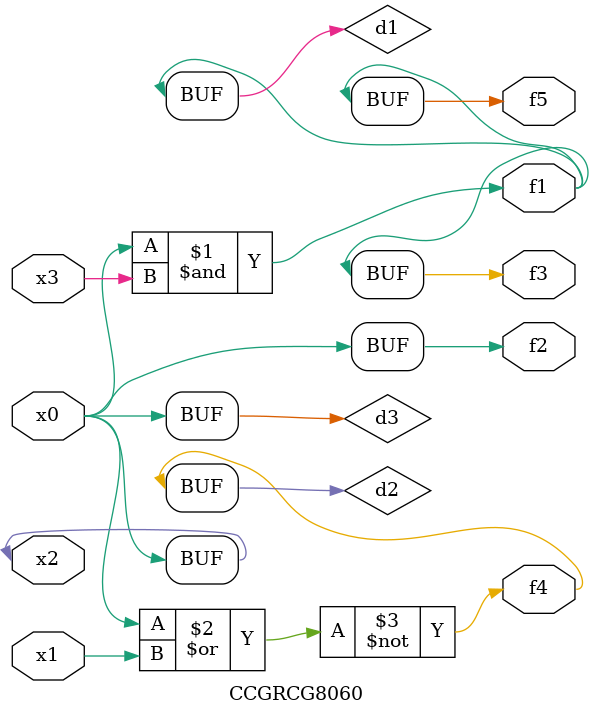
<source format=v>
module CCGRCG8060(
	input x0, x1, x2, x3,
	output f1, f2, f3, f4, f5
);

	wire d1, d2, d3;

	and (d1, x2, x3);
	nor (d2, x0, x1);
	buf (d3, x0, x2);
	assign f1 = d1;
	assign f2 = d3;
	assign f3 = d1;
	assign f4 = d2;
	assign f5 = d1;
endmodule

</source>
